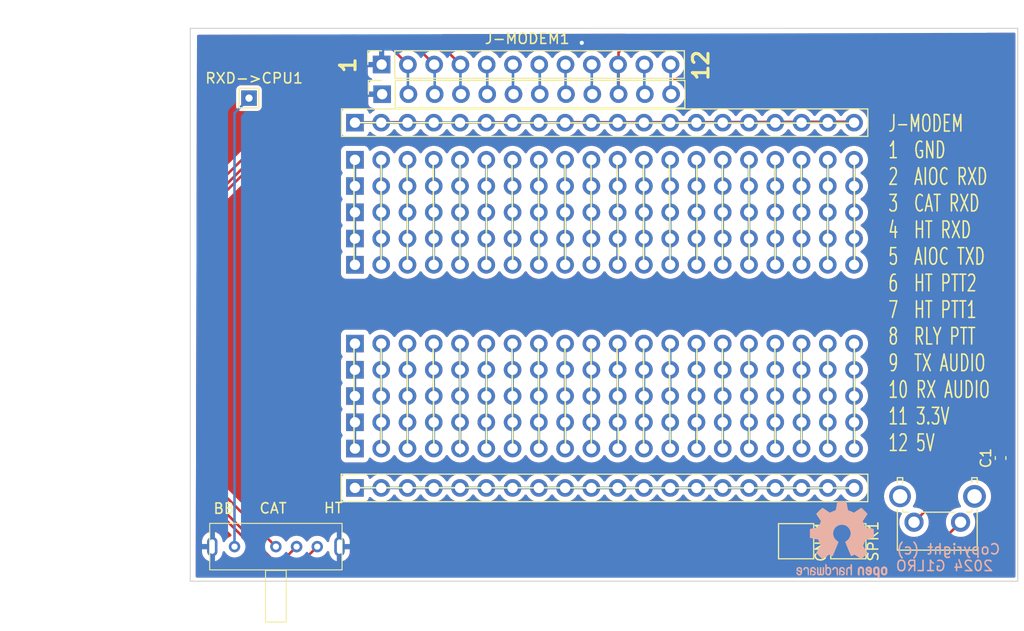
<source format=kicad_pcb>
(kicad_pcb (version 20221018) (generator pcbnew)
  (title_block (title "Universal Radio Controller Open Hardware Creator Board") (date "2024-01-03") (rev "1.0") (company "G1LRO") (comment 1 "MIT License") (comment 2 "Copyright (c) 2024 G1LRO") (comment 3 "Licence terms: https://github.com/G1LRO/universal-radio-controller/blob/main/LICENSE"))
  (layers (0 "F.Cu" signal) (31 "B.Cu" signal) (34 "B.Paste" user) (35 "F.Paste" user) (36 "B.SilkS" user "B.Silkscreen") (37 "F.SilkS" user "F.Silkscreen") (38 "B.Mask" user) (39 "F.Mask" user) (44 "Edge.Cuts" user))
  (net 0 "")
  (net 1 "GND")
  (net 2 "TX Audio")
  (net 3 "AIOC RXD")
  (net 4 "CAT TO AIOC-RXD")
  (net 5 "HT TO AIOC-RXD")
  (net 6 "AIOC TXD")
  (net 7 "HT PTT2")
  (net 8 "HT PTT1")
  (net 9 "RLY PTT")
  (net 10 "RX Audio")
  (net 11 "VIN")
  (net 12 "Net-(SPK1-Pad1)")
  (net 13 "Net-(J-MODEM1-Pin_11)")
  (net 14 "Net-(J1-Pin_1)")
  (net 15 "Net-(J2-Pin_1)")
  (net 16 "Net-(J3-Pin_1)")
  (net 17 "Net-(J3-Pin_2)")
  (net 18 "Net-(J3-Pin_3)")
  (net 19 "Net-(J3-Pin_4)")
  (net 20 "Net-(J3-Pin_5)")
  (net 21 "Net-(J3-Pin_6)")
  (net 22 "Net-(J3-Pin_7)")
  (net 23 "Net-(J3-Pin_8)")
  (net 24 "Net-(J3-Pin_9)")
  (net 25 "Net-(J3-Pin_10)")
  (net 26 "Net-(J3-Pin_11)")
  (net 27 "Net-(J3-Pin_12)")
  (net 28 "Net-(J3-Pin_13)")
  (net 29 "Net-(J3-Pin_14)")
  (net 30 "Net-(J3-Pin_15)")
  (net 31 "Net-(J3-Pin_16)")
  (net 32 "Net-(J3-Pin_17)")
  (net 33 "Net-(J3-Pin_18)")
  (net 34 "Net-(J3-Pin_19)")
  (net 35 "Net-(J3-Pin_20)")
  (net 36 "Net-(J10-Pin_1)")
  (net 37 "Net-(J10-Pin_2)")
  (net 38 "Net-(J10-Pin_3)")
  (net 39 "Net-(J10-Pin_4)")
  (net 40 "Net-(J10-Pin_5)")
  (net 41 "Net-(J10-Pin_6)")
  (net 42 "Net-(J10-Pin_7)")
  (net 43 "Net-(J10-Pin_8)")
  (net 44 "Net-(J10-Pin_9)")
  (net 45 "Net-(J10-Pin_10)")
  (net 46 "Net-(J10-Pin_11)")
  (net 47 "Net-(J10-Pin_12)")
  (net 48 "Net-(J10-Pin_13)")
  (net 49 "Net-(J10-Pin_14)")
  (net 50 "Net-(J10-Pin_15)")
  (net 51 "Net-(J10-Pin_16)")
  (net 52 "Net-(J10-Pin_17)")
  (net 53 "Net-(J10-Pin_18)")
  (net 54 "Net-(J10-Pin_19)")
  (net 55 "Net-(J10-Pin_20)")
  (net 56 "Net-(RXD->CPU1-Pad1)")
  (net 57 "Net-(C1-Pad1)")
  (footprint "Connector_PinSocket_2.54mm:PinSocket_1x20_P2.54mm_Vertical" (layer "F.Cu") (at 75.92 137.16 90)
    (fp_text reference "J3" hide)
    (fp_text value "Conn_01x20_Pin")
  )
  (footprint "Connector_PinSocket_2.54mm:PinSocket_1x20_P2.54mm_Vertical" (layer "F.Cu") (at 75.92 119.38 90)
    (fp_text reference "J8" hide)
    (fp_text value "Conn_01x20_Pin")
  )
  (footprint "Connector_PinSocket_2.54mm:PinSocket_1x12_P2.54mm_Vertical" (layer "F.Cu") (at 78.5 100 90)
    (fp_text reference "J-MODEM1")
    (fp_text value "Conn_01x12_Pin")
  )
  (footprint "Connector_PinSocket_2.54mm:PinSocket_1x12_P2.54mm_Vertical" (layer "F.Cu") (at 78.55 102.87 90)
    (fp_text reference "J-MODEM2")
    (fp_text value "Conn_01x12_Pin")
  )
  (footprint "Capacitor_SMD:C_0603_1608Metric" (layer "F.Cu") (at 138.35 138.08 90)
    (fp_text reference "C1")
    (fp_text value "10u/10V/X5R")
  )
  (footprint "Connector_PinSocket_2.54mm:PinSocket_1x20_P2.54mm_Vertical" (layer "F.Cu") (at 75.92 140.97 90)
    (fp_text reference "J1" hide)
    (fp_text value "Conn_01x20_Pin")
  )
  (footprint "Connector_PinSocket_2.54mm:PinSocket_1x20_P2.54mm_Vertical" (layer "F.Cu") (at 75.92 134.62 90)
    (fp_text reference "J4" hide)
    (fp_text value "Conn_01x20_Pin")
  )
  (footprint "Connector_PinSocket_2.54mm:PinSocket_1x20_P2.54mm_Vertical" (layer "F.Cu") (at 75.92 105.625 90)
    (fp_text reference "J2")
    (fp_text value "Conn_01x20_Pin")
  )
  (footprint "Connector_PinSocket_2.54mm:PinSocket_1x20_P2.54mm_Vertical" (layer "F.Cu") (at 75.92 116.84 90)
    (fp_text reference "J9")
    (fp_text value "Conn_01x20_Pin")
  )
  (footprint "Connector_PinSocket_2.54mm:PinSocket_1x20_P2.54mm_Vertical" (layer "F.Cu") (at 75.92 129.54 90)
    (fp_text reference "J6" hide)
    (fp_text value "Conn_01x20_Pin")
  )
  (footprint "Connector_PinSocket_2.54mm:PinSocket_1x20_P2.54mm_Vertical" (layer "F.Cu") (at 75.92 109.22 90)
    (fp_text reference "J12" hide)
    (fp_text value "Conn_01x20_Pin")
  )
  (footprint "TestPoint:TestPoint_Pad_3.0x3.0mm" (layer "F.Cu") (at 123.625 146.125 -90)
    (fp_text reference "SPK1")
    (fp_text value "TestPoint")
  )
  (footprint "Connector_PinSocket_2.54mm:PinSocket_1x20_P2.54mm_Vertical" (layer "F.Cu") (at 75.92 114.3 90)
    (fp_text reference "J10" hide)
    (fp_text value "Conn_01x20_Pin")
  )
  (footprint "Connector_PinSocket_2.54mm:PinSocket_1x20_P2.54mm_Vertical" (layer "F.Cu") (at 75.92 132.08 90)
    (fp_text reference "J5" hide)
    (fp_text value "Conn_01x20_Pin")
  )
  (footprint "URCEXTRAS:SW_TPDT_THT-5mm" (layer "F.Cu") (at 68.275 146.65)
    (fp_text reference "SW1")
    (fp_text value "SW_SP3T")
  )
  (footprint "Connector_PinSocket_2.54mm:PinSocket_1x20_P2.54mm_Vertical" (layer "F.Cu") (at 75.92 127 90)
    (fp_text reference "J7" hide)
    (fp_text value "Conn_01x20_Pin")
  )
  (footprint "URCEXTRAS:SW_Tactile_SPST_Angled_C2689823" (layer "F.Cu") (at 134.475 144.2875 180)
    (fp_text reference "SW2" hide)
    (fp_text value "SW Monitor")
  )
  (footprint "Connector_PinSocket_2.54mm:PinSocket_1x20_P2.54mm_Vertical" (layer "F.Cu") (at 75.92 111.76 90)
    (fp_text reference "J11" hide)
    (fp_text value "Conn_01x20_Pin")
  )
  (footprint "TestPoint:TestPoint_THTPad_1.5x1.5mm_Drill0.7mm" (layer "F.Cu") (at 65.675 103.25)
    (fp_text reference "RXD->CPU1")
    (fp_text value "To AIOC RXD")
  )
  (footprint "TestPoint:TestPoint_Pad_3.0x3.0mm" (layer "F.Cu") (at 118.575 146.125 -90)
    (fp_text reference "GND1")
    (fp_text value "TestPoint")
  )
  (footprint "Symbol:OSHW-Logo2_9.8x8mm_SilkScreen" (layer "B.Cu") (at 123 146 180)
    (fp_text reference "REF**" hide)
    (fp_text value "OSHW-Logo2_9.8x8mm_SilkScreen" hide)
  )
  (gr_line (start 81.05 105.55) (end 83.725 105.625) (stroke (width 0.2)) (layer "F.Cu"))
  (gr_line (start 98.675 105.575) (end 101.4 105.575) (stroke (width 0.2)) (layer "F.Cu"))
  (gr_line (start 95.925 105.55) (end 98.675 105.575) (stroke (width 0.2)) (layer "F.Cu"))
  (gr_line (start 124.175 105.525) (end 75.92 105.625) (stroke (width 0.2)) (layer "F.Cu"))
  (gr_line (start 88.375 105.575) (end 91.325 105.575) (stroke (width 0.2)) (layer "F.Cu"))
  (gr_line (start 78.3 105.575) (end 81.05 105.55) (stroke (width 0.2)) (layer "F.Cu"))
  (gr_line (start 101.4 105.575) (end 124.175 105.525) (stroke (width 0.2)) (layer "F.Cu"))
  (gr_line (start 76.525 105.575) (end 78.3 105.575) (stroke (width 0.2)) (layer "F.Cu"))
  (gr_line (start 114 127.15) (end 114.05 137.45) (stroke (width 0.15)) (layer "F.SilkS"))
  (gr_line (start 98.75 109.2) (end 98.775 119.4) (stroke (width 0.15)) (layer "F.SilkS"))
  (gr_line (start 98.75 127.175) (end 98.775 137.375) (stroke (width 0.15)) (layer "F.SilkS"))
  (gr_line (start 121.65 127.15) (end 121.625 137.35) (stroke (width 0.15)) (layer "F.SilkS"))
  (gr_line (start 91.1 127.125) (end 91.175 137.525) (stroke (width 0.15)) (layer "F.SilkS"))
  (gr_line (start 86.075 109.225) (end 86.075 119.7) (stroke (width 0.15)) (layer "F.SilkS"))
  (gr_line (start 88.625 109.15) (end 88.625 119.5) (stroke (width 0.15)) (layer "F.SilkS"))
  (gr_line (start 111.45 109.225) (end 111.45 119.375) (stroke (width 0.15)) (layer "F.SilkS"))
  (gr_line (start 80.95 127.15) (end 81 137.325) (stroke (width 0.15)) (layer "F.SilkS"))
  (gr_line (start 119.075 109.225) (end 119.1 119.475) (stroke (width 0.15)) (layer "F.SilkS"))
  (gr_line (start 75.825 127.1) (end 75.825 137.275) (stroke (width 0.15)) (layer "F.SilkS"))
  (gr_line (start 93.65 109.25) (end 93.725 119.575) (stroke (width 0.15)) (layer "F.SilkS"))
  (gr_line (start 96.225 109.25) (end 96.275 119.425) (stroke (width 0.15)) (layer "F.SilkS"))
  (gr_line (start 116.525 109.2) (end 116.55 119.55) (stroke (width 0.15)) (layer "F.SilkS"))
  (gr_line (start 103.825 109.2) (end 103.825 119.45) (stroke (width 0.15)) (layer "F.SilkS"))
  (gr_line (start 124.2 127.075) (end 124.225 137.45) (stroke (width 0.15)) (layer "F.SilkS"))
  (gr_line (start 101.25 109.125) (end 101.4 119.45) (stroke (width 0.15)) (layer "F.SilkS"))
  (gr_line (start 124.2 109.1) (end 124.225 119.475) (stroke (width 0.15)) (layer "F.SilkS"))
  (gr_line (start 88.625 127.125) (end 88.625 137.475) (stroke (width 0.15)) (layer "F.SilkS"))
  (gr_line (start 93.65 127.225) (end 93.725 137.55) (stroke (width 0.15)) (layer "F.SilkS"))
  (gr_line (start 78.45 127.2) (end 78.45 137.425) (stroke (width 0.15)) (layer "F.SilkS"))
  (gr_line (start 83.475 127.125) (end 83.55 137.525) (stroke (width 0.15)) (layer "F.SilkS"))
  (gr_line (start 106.325 109.175) (end 106.4 119.425) (stroke (width 0.15)) (layer "F.SilkS"))
  (gr_line (start 101.25 127.1) (end 101.4 137.425) (stroke (width 0.15)) (layer "F.SilkS"))
  (gr_line (start 86.075 127.2) (end 86.075 137.675) (stroke (width 0.15)) (layer "F.SilkS"))
  (gr_line (start 75.825 109.125) (end 75.825 119.3) (stroke (width 0.15)) (layer "F.SilkS"))
  (gr_line (start 96.225 127.225) (end 96.275 137.4) (stroke (width 0.15)) (layer "F.SilkS"))
  (gr_line (start 121.65 109.175) (end 121.625 119.375) (stroke (width 0.15)) (layer "F.SilkS"))
  (gr_line (start 83.475 109.15) (end 83.55 119.55) (stroke (width 0.15)) (layer "F.SilkS"))
  (gr_line (start 75.975 105.625) (end 124.225 105.675) (stroke (width 0.15)) (layer "F.SilkS"))
  (gr_line (start 78.45 109.225) (end 78.45 119.45) (stroke (width 0.15)) (layer "F.SilkS"))
  (gr_line (start 91.1 109.15) (end 91.175 119.55) (stroke (width 0.15)) (layer "F.SilkS"))
  (gr_line (start 108.975 109.125) (end 109 119.35) (stroke (width 0.15)) (layer "F.SilkS"))
  (gr_line (start 80.95 109.175) (end 81 119.35) (stroke (width 0.15)) (layer "F.SilkS"))
  (gr_line (start 75.975 140.95) (end 124.3 140.975) (stroke (width 0.15)) (layer "F.SilkS"))
  (gr_line (start 116.525 127.175) (end 116.55 137.525) (stroke (width 0.15)) (layer "F.SilkS"))
  (gr_line (start 111.45 127.2) (end 111.45 137.35) (stroke (width 0.15)) (layer "F.SilkS"))
  (gr_line (start 103.825 127.175) (end 103.825 137.425) (stroke (width 0.15)) (layer "F.SilkS"))
  (gr_line (start 119.075 127.2) (end 119.1 137.45) (stroke (width 0.15)) (layer "F.SilkS"))
  (gr_line (start 106.325 127.15) (end 106.4 137.4) (stroke (width 0.15)) (layer "F.SilkS"))
  (gr_line (start 108.975 127.1) (end 109 137.325) (stroke (width 0.15)) (layer "F.SilkS"))
  (gr_line (start 114 109.175) (end 114.05 119.475) (stroke (width 0.15)) (layer "F.SilkS"))
  (gr_line locked (start 140 105.725) (end 140 98) (stroke (width 0.1)) (layer "Edge.Cuts"))
  (gr_line locked (start 60 140.675) (end 60 150) (stroke (width 0.1)) (layer "Edge.Cuts"))
  (gr_line locked (start 140 96.5) (end 140 98) (stroke (width 0.1)) (layer "Edge.Cuts"))
  (gr_line locked (start 60 105.55) (end 60 98) (stroke (width 0.1)) (layer "Edge.Cuts"))
  (gr_line (start 60 96.5) (end 140 96.5) (stroke (width 0.1)) (layer "Edge.Cuts"))
  (gr_line locked (start 60 96.5) (end 60 98) (stroke (width 0.1)) (layer "Edge.Cuts"))
  (gr_line locked (start 60 105.55) (end 60 140.675) (stroke (width 0.1)) (layer "Edge.Cuts"))
  (gr_line locked (start 140 150) (end 60 150) (stroke (width 0.1)) (layer "Edge.Cuts"))
  (gr_line locked (start 140 105.725) (end 140 140.725) (stroke (width 0.1)) (layer "Edge.Cuts"))
  (gr_line locked (start 140 150) (end 140 140.725) (stroke (width 0.1)) (layer "Edge.Cuts"))
  (gr_text locked "Copyright (c)\n 2024 G1LRO" (at 133.3 149.1) (layer "B.SilkS") (effects (font (size 1 1)) (justify bottom mirror)))
  (gr_text "BB" (at 62.15 143.55) (layer "F.SilkS") (effects (font (size 1 1)) (justify left bottom)))
  (gr_text "CAT" (at 66.6 143.525) (layer "F.SilkS") (effects (font (size 1 1)) (justify left bottom)))
  (gr_text "HT" (at 72.825 143.5) (layer "F.SilkS") (effects (font (size 1 1)) (justify left bottom)))
  (gr_text "12" (at 110.25 101.7 90) (layer "F.SilkS") (effects (font (size 1.5 1.5) (thickness 0.3) bold) (justify left bottom)))
  (gr_text "J-MODEM\n1  GND\n2  AIOC RXD\n3  CAT RXD\n4  HT RXD\n5  AIOC TXD\n6  HT PTT2\n7  HT PTT1\n8  RLY PTT\n9  TX AUDIO\n10 RX AUDIO\n11 3.3V\n12 5V" (at 127.4 137.55) (layer "F.SilkS") (effects (font (size 1.6 1)) (justify left bottom)))
  (gr_text "1" (at 76.125 100.975 90) (layer "F.SilkS") (effects (font (size 1.5 1.5) (thickness 0.3) bold) (justify left bottom)))
  (segment (start 62.125 146.65) (end 62.125 147.425) (width 0.25) (layer "F.Cu") (net 1))
  (via (at 97.85 97.9) (size 0.8) (drill 0.4) (layers "F.Cu" "B.Cu") (net 1))
  (segment (start 78.52 100.02) (end 78.5 100) (width 0.25) (layer "B.Cu") (net 1))
  (segment (start 98.87 100.05) (end 98.82 100) (width 0.25) (layer "F.Cu") (net 2))
  (segment (start 99.525305 100.05) (end 98.87 100.05) (width 0.25) (layer "F.Cu") (net 2))
  (segment (start 98.76 100.06) (end 98.82 100) (width 0.25) (layer "B.Cu") (net 2))
  (segment (start 98.82 100) (end 98.82 102.82) (width 0.25) (layer "B.Cu") (net 2))
  (segment (start 98.82 102.82) (end 98.87 102.87) (width 0.25) (layer "B.Cu") (net 2))
  (segment (start 62.725 141.1) (end 62.725 113.002208) (width 0.25) (layer "F.Cu") (net 3))
  (segment (start 68.275 146.65) (end 62.725 141.1) (width 0.25) (layer "F.Cu") (net 3))
  (segment (start 62.725 113.002208) (end 77.252208 98.475) (width 0.25) (layer "F.Cu") (net 3))
  (segment (start 77.252208 98.475) (end 79.515 98.475) (width 0.25) (layer "F.Cu") (net 3))
  (segment (start 79.515 98.475) (end 81.04 100) (width 0.25) (layer "F.Cu") (net 3))
  (segment (start 81.04 102.82) (end 81.09 102.87) (width 0.25) (layer "B.Cu") (net 3))
  (segment (start 81.02 100.02) (end 81.04 100) (width 0.25) (layer "B.Cu") (net 3))
  (segment (start 81.04 100) (end 81.04 102.82) (width 0.25) (layer "B.Cu") (net 3))
  (segment (start 77.065812 98.025) (end 81.605 98.025) (width 0.25) (layer "F.Cu") (net 4))
  (segment (start 81.605 98.025) (end 83.58 100) (width 0.25) (layer "F.Cu") (net 4))
  (segment (start 62.275 112.815812) (end 77.065812 98.025) (width 0.25) (layer "F.Cu") (net 4))
  (segment (start 67.875 147.825) (end 62.275 142.225) (width 0.25) (layer "F.Cu") (net 4))
  (segment (start 69.1 147.825) (end 67.875 147.825) (width 0.25) (layer "F.Cu") (net 4))
  (segment (start 62.275 142.225) (end 62.275 112.815812) (width 0.25) (layer "F.Cu") (net 4))
  (segment (start 70.275 146.65) (end 69.1 147.825) (width 0.25) (layer "F.Cu") (net 4))
  (segment (start 83.52 100.06) (end 83.58 100) (width 0.25) (layer "B.Cu") (net 4))
  (segment (start 83.63 102.87) (end 83.63 100.05) (width 0.25) (layer "B.Cu") (net 4))
  (segment (start 83.63 100.05) (end 83.58 100) (width 0.25) (layer "B.Cu") (net 4))
  (segment (start 67.675 148.3) (end 61.825 142.45) (width 0.25) (layer "F.Cu") (net 5))
  (segment (start 61.825 112.375) (end 76.625 97.575) (width 0.25) (layer "F.Cu") (net 5))
  (segment (start 76.625 97.575) (end 83.695 97.575) (width 0.25) (layer "F.Cu") (net 5))
  (segment (start 83.695 97.575) (end 86.12 100) (width 0.25) (layer "F.Cu") (net 5))
  (segment (start 72.275 146.65) (end 70.625 148.3) (width 0.25) (layer "F.Cu") (net 5))
  (segment (start 70.625 148.3) (end 67.675 148.3) (width 0.25) (layer "F.Cu") (net 5))
  (segment (start 61.825 142.45) (end 61.825 112.375) (width 0.25) (layer "F.Cu") (net 5))
  (segment (start 86.12 100) (end 86.12 102.82) (width 0.25) (layer "B.Cu") (net 5))
  (segment (start 86.12 102.82) (end 86.17 102.87) (width 0.25) (layer "B.Cu") (net 5))
  (segment (start 86.08 100.04) (end 86.12 100) (width 0.25) (layer "B.Cu") (net 5))
  (segment (start 88.71 100.05) (end 88.66 100) (width 0.25) (layer "B.Cu") (net 6))
  (segment (start 88.71 102.87) (end 88.71 100.05) (width 0.25) (layer "B.Cu") (net 6))
  (segment (start 88.47 100.19) (end 88.66 100) (width 0.25) (layer "B.Cu") (net 6))
  (segment (start 91.2 100) (end 91.2 102.82) (width 0.25) (layer "B.Cu") (net 7))
  (segment (start 91.2 102.82) (end 91.25 102.87) (width 0.25) (layer "B.Cu") (net 7))
  (segment (start 93.79 100.05) (end 93.74 100) (width 0.25) (layer "B.Cu") (net 8))
  (segment (start 93.79 102.87) (end 93.79 100.05) (width 0.25) (layer "B.Cu") (net 8))
  (segment (start 93.7 100.04) (end 93.74 100) (width 0.25) (layer "B.Cu") (net 8))
  (segment (start 96.28 102.82) (end 96.33 102.87) (width 0.25) (layer "B.Cu") (net 9))
  (segment (start 96.26 100.02) (end 96.28 100) (width 0.25) (layer "B.Cu") (net 9))
  (segment (start 96.28 100) (end 96.28 102.82) (width 0.25) (layer "B.Cu") (net 9))
  (segment (start 102.925 97.3) (end 136.225 97.3) (width 0.25) (layer "F.Cu") (net 10))
  (segment (start 101.41 98.815) (end 102.925 97.3) (width 0.25) (layer "F.Cu") (net 10))
  (segment (start 136.225 97.3) (end 138.43 99.505) (width 0.25) (layer "F.Cu") (net 10))
  (segment (start 138.425 99.51) (end 138.43 99.505) (width 0.25) (layer "F.Cu") (net 10))
  (segment (start 138.425 137.2) (end 138.425 99.51) (width 0.25) (layer "F.Cu") (net 10))
  (segment (start 101.41 102.87) (end 101.41 98.815) (width 0.25) (layer "F.Cu") (net 10))
  (segment (start 101.44 100.08) (end 101.36 100) (width 0.25) (layer "B.Cu") (net 10))
  (segment (start 101.36 100) (end 101.36 102.82) (width 0.25) (layer "B.Cu") (net 10))
  (segment (start 101.36 102.82) (end 101.41 102.87) (width 0.25) (layer "B.Cu") (net 10))
  (segment (start 106.44 102.82) (end 106.49 102.87) (width 0.25) (layer "B.Cu") (net 11))
  (segment (start 106.44 100) (end 106.44 102.82) (width 0.25) (layer "B.Cu") (net 11))
  (segment (start 125.25 146.8) (end 123.625 145.175) (width 0.25) (layer "F.Cu") (net 12))
  (segment (start 131.9625 146.8) (end 125.25 146.8) (width 0.25) (layer "F.Cu") (net 12))
  (segment (start 134.475 144.2875) (end 131.9625 146.8) (width 0.25) (layer "F.Cu") (net 12))
  (segment (start 103.82 100.08) (end 103.9 100) (width 0.25) (layer "B.Cu") (net 13))
  (segment (start 103.9 100) (end 103.9 102.82) (width 0.25) (layer "B.Cu") (net 13))
  (segment (start 103.9 102.82) (end 103.95 102.87) (width 0.25) (layer "B.Cu") (net 13))
  (segment (start 75.92 140.97) (end 124.18 140.97) (width 0.25) (layer "B.Cu") (net 14))
  (segment (start 75.92 105.625) (end 124.18 105.625) (width 0.25) (layer "B.Cu") (net 15))
  (segment (start 75.92 137.16) (end 75.92 127) (width 0.25) (layer "B.Cu") (net 16))
  (segment (start 78.46 127) (end 78.46 137.16) (width 0.25) (layer "B.Cu") (net 17))
  (segment (start 81 127) (end 81 137.16) (width 0.25) (layer "B.Cu") (net 18))
  (segment (start 83.54 137.16) (end 83.54 127) (width 0.25) (layer "B.Cu") (net 19))
  (segment (start 86.08 127) (end 86.08 137.16) (width 0.25) (layer "B.Cu") (net 20))
  (segment (start 88.62 137.16) (end 88.62 127) (width 0.25) (layer "B.Cu") (net 21))
  (segment (start 91.16 127) (end 91.16 137.16) (width 0.25) (layer "B.Cu") (net 22))
  (segment (start 93.7 137.16) (end 93.7 127) (width 0.25) (layer "B.Cu") (net 23))
  (segment (start 96.24 127) (end 96.24 137.16) (width 0.25) (layer "B.Cu") (net 24))
  (segment (start 98.78 137.16) (end 98.78 127) (width 0.25) (layer "B.Cu") (net 25))
  (segment (start 101.32 127) (end 101.32 137.16) (width 0.25) (layer "B.Cu") (net 26))
  (segment (start 103.86 137.16) (end 103.86 127) (width 0.25) (layer "B.Cu") (net 27))
  (segment (start 106.4 127) (end 106.4 137.16) (width 0.25) (layer "B.Cu") (net 28))
  (segment (start 108.94 137.16) (end 108.94 127) (width 0.25) (layer "B.Cu") (net 29))
  (segment (start 111.48 127) (end 111.48 137.16) (width 0.25) (layer "B.Cu") (net 30))
  (segment (start 114.02 137.16) (end 114.02 127) (width 0.25) (layer "B.Cu") (net 31))
  (segment (start 116.56 127) (end 116.56 137.16) (width 0.25) (layer "B.Cu") (net 32))
  (segment (start 119.1 137.16) (end 119.1 127) (width 0.25) (layer "B.Cu") (net 33))
  (segment (start 121.64 127) (end 121.64 137.16) (width 0.25) (layer "B.Cu") (net 34))
  (segment (start 124.18 137.16) (end 124.18 127) (width 0.25) (layer "B.Cu") (net 35))
  (segment (start 75.92 109.22) (end 75.92 119.38) (width 0.25) (layer "B.Cu") (net 36))
  (segment (start 78.46 119.38) (end 78.46 109.22) (width 0.25) (layer "B.Cu") (net 37))
  (segment (start 81 109.22) (end 81 119.38) (width 0.25) (layer "B.Cu") (net 38))
  (segment (start 83.54 119.38) (end 83.54 109.22) (width 0.25) (layer "B.Cu") (net 39))
  (segment (start 86.08 109.22) (end 86.08 119.38) (width 0.25) (layer "B.Cu") (net 40))
  (segment (start 88.62 119.38) (end 88.62 109.22) (width 0.25) (layer "B.Cu") (net 41))
  (segment (start 91.16 109.22) (end 91.16 119.38) (width 0.25) (layer "B.Cu") (net 42))
  (segment (start 93.7 119.38) (end 93.7 109.22) (width 0.25) (layer "B.Cu") (net 43))
  (segment (start 96.24 109.22) (end 96.24 119.38) (width 0.25) (layer "B.Cu") (net 44))
  (segment (start 98.78 119.38) (end 98.78 109.22) (width 0.25) (layer "B.Cu") (net 45))
  (segment (start 101.32 109.22) (end 101.32 119.38) (width 0.25) (layer "B.Cu") (net 46))
  (segment (start 103.86 119.38) (end 103.86 109.22) (width 0.25) (layer "B.Cu") (net 47))
  (segment (start 106.4 109.22) (end 106.4 119.38) (width 0.25) (layer "B.Cu") (net 48))
  (segment (start 108.94 119.38) (end 108.94 109.22) (width 0.25) (layer "B.Cu") (net 49))
  (segment (start 111.48 109.22) (end 111.48 119.38) (width 0.25) (layer "B.Cu") (net 50))
  (segment (start 114.02 119.38) (end 114.02 109.22) (width 0.25) (layer "B.Cu") (net 51))
  (segment (start 116.56 109.22) (end 116.56 119.38) (width 0.25) (layer "B.Cu") (net 52))
  (segment (start 119.1 119.38) (end 119.1 109.22) (width 0.25) (layer "B.Cu") (net 53))
  (segment (start 121.64 109.22) (end 121.64 119.38) (width 0.25) (layer "B.Cu") (net 54))
  (segment (start 124.18 109.22) (end 124.18 119.395) (width 0.25) (layer "F.Cu") (net 55))
  (segment (start 124.18 119.38) (end 124.18 109.22) (width 0.25) (layer "B.Cu") (net 55))
  (segment (start 64.275 104.7) (end 65.9 103.075) (width 0.25) (layer "B.Cu") (net 56))
  (segment (start 64.275 146.65) (end 64.275 104.7) (width 0.25) (layer "B.Cu") (net 56))
  (segment (start 129.975 144.2875) (end 135.4125 138.85) (width 0.25) (layer "F.Cu") (net 57))
  (segment (start 135.4125 138.85) (end 138.425 138.85) (width 0.25) (layer "F.Cu") (net 57))
  (zone (net 1) (net_name "GND") (layers "F&B.Cu") (connect_pads (clearance 0.5)) (min_thickness 0.25) (fill yes (thermal_gap 0.5) (thermal_bridge_width 0.5))
    (polygon (pts (xy 60.65 97.125) (xy 139.775 96.925) (xy 139.775 149.65) (xy 60.525 149.65)))
  )
)
</source>
